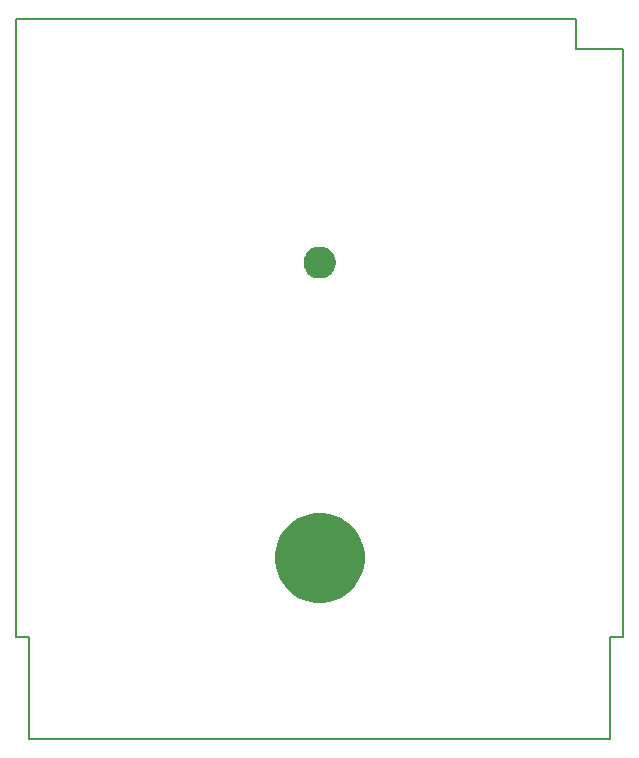
<source format=gbr>
G04 #@! TF.GenerationSoftware,KiCad,Pcbnew,5.0.0-rc2-unknown-01c2d93~65~ubuntu18.04.1*
G04 #@! TF.CreationDate,2018-07-04T16:37:19+03:00*
G04 #@! TF.ProjectId,GB-LIVE32,47422D4C49564533322E6B696361645F,v2.0*
G04 #@! TF.SameCoordinates,Original*
G04 #@! TF.FileFunction,Soldermask,Bot*
G04 #@! TF.FilePolarity,Negative*
%FSLAX46Y46*%
G04 Gerber Fmt 4.6, Leading zero omitted, Abs format (unit mm)*
G04 Created by KiCad (PCBNEW 5.0.0-rc2-unknown-01c2d93~65~ubuntu18.04.1) date Wed Jul  4 16:37:19 2018*
%MOMM*%
%LPD*%
G01*
G04 APERTURE LIST*
%ADD10C,0.150000*%
%ADD11C,0.100000*%
G04 APERTURE END LIST*
D10*
X121700000Y-41600000D02*
X125700000Y-41600000D01*
X121700000Y-39000000D02*
X121700000Y-41600000D01*
X125700000Y-41600000D02*
X125700000Y-91400000D01*
X74300000Y-39000000D02*
X121700000Y-39000000D01*
X74300000Y-91400000D02*
X74300000Y-39000000D01*
X124600000Y-91400000D02*
X125700000Y-91400000D01*
X75400000Y-91400000D02*
X74300000Y-91400000D01*
X124600000Y-91400000D02*
X124600000Y-100000000D01*
X75400000Y-100000000D02*
X124600000Y-100000000D01*
X75400000Y-91400000D02*
X75400000Y-100000000D01*
D11*
G36*
X101108419Y-80996031D02*
X101799975Y-81282483D01*
X102422359Y-81698347D01*
X102951653Y-82227641D01*
X103367517Y-82850025D01*
X103653969Y-83541581D01*
X103800000Y-84275733D01*
X103800000Y-85024267D01*
X103653969Y-85758419D01*
X103367517Y-86449975D01*
X102951653Y-87072359D01*
X102422359Y-87601653D01*
X101799975Y-88017517D01*
X101108419Y-88303969D01*
X100374267Y-88450000D01*
X99625733Y-88450000D01*
X98891581Y-88303969D01*
X98200025Y-88017517D01*
X97577641Y-87601653D01*
X97048347Y-87072359D01*
X96632483Y-86449975D01*
X96346031Y-85758419D01*
X96200000Y-85024267D01*
X96200000Y-84275733D01*
X96346031Y-83541581D01*
X96632483Y-82850025D01*
X97048347Y-82227641D01*
X97577641Y-81698347D01*
X98200025Y-81282483D01*
X98891581Y-80996031D01*
X99625733Y-80850000D01*
X100374267Y-80850000D01*
X101108419Y-80996031D01*
X101108419Y-80996031D01*
G37*
G36*
X100393778Y-58351879D02*
X100639465Y-58453646D01*
X100860573Y-58601385D01*
X101048615Y-58789427D01*
X101196354Y-59010535D01*
X101298121Y-59256222D01*
X101350000Y-59517034D01*
X101350000Y-59782966D01*
X101298121Y-60043778D01*
X101196354Y-60289465D01*
X101048615Y-60510573D01*
X100860573Y-60698615D01*
X100639465Y-60846354D01*
X100393778Y-60948121D01*
X100132966Y-61000000D01*
X99867034Y-61000000D01*
X99606222Y-60948121D01*
X99360535Y-60846354D01*
X99139427Y-60698615D01*
X98951385Y-60510573D01*
X98803646Y-60289465D01*
X98701879Y-60043778D01*
X98650000Y-59782966D01*
X98650000Y-59517034D01*
X98701879Y-59256222D01*
X98803646Y-59010535D01*
X98951385Y-58789427D01*
X99139427Y-58601385D01*
X99360535Y-58453646D01*
X99606222Y-58351879D01*
X99867034Y-58300000D01*
X100132966Y-58300000D01*
X100393778Y-58351879D01*
X100393778Y-58351879D01*
G37*
M02*

</source>
